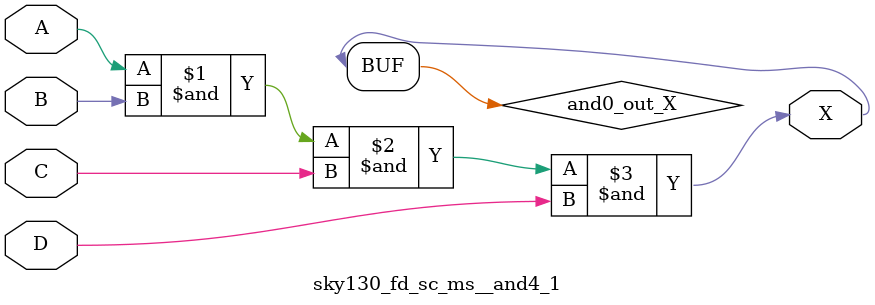
<source format=v>
/*
 * Copyright 2020 The SkyWater PDK Authors
 *
 * Licensed under the Apache License, Version 2.0 (the "License");
 * you may not use this file except in compliance with the License.
 * You may obtain a copy of the License at
 *
 *     https://www.apache.org/licenses/LICENSE-2.0
 *
 * Unless required by applicable law or agreed to in writing, software
 * distributed under the License is distributed on an "AS IS" BASIS,
 * WITHOUT WARRANTIES OR CONDITIONS OF ANY KIND, either express or implied.
 * See the License for the specific language governing permissions and
 * limitations under the License.
 *
 * SPDX-License-Identifier: Apache-2.0
*/


`ifndef SKY130_FD_SC_MS__AND4_1_FUNCTIONAL_V
`define SKY130_FD_SC_MS__AND4_1_FUNCTIONAL_V

/**
 * and4: 4-input AND.
 *
 * Verilog simulation functional model.
 */

`timescale 1ns / 1ps
`default_nettype none

`celldefine
module sky130_fd_sc_ms__and4_1 (
    X,
    A,
    B,
    C,
    D
);

    // Module ports
    output X;
    input  A;
    input  B;
    input  C;
    input  D;

    // Local signals
    wire and0_out_X;

    //  Name  Output      Other arguments
    and and0 (and0_out_X, A, B, C, D     );
    buf buf0 (X         , and0_out_X     );

endmodule
`endcelldefine

`default_nettype wire
`endif  // SKY130_FD_SC_MS__AND4_1_FUNCTIONAL_V

</source>
